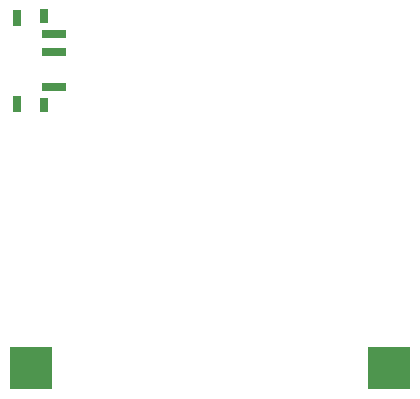
<source format=gbp>
G75*
G70*
%OFA0B0*%
%FSLAX24Y24*%
%IPPOS*%
%LPD*%
%AMOC8*
5,1,8,0,0,1.08239X$1,22.5*
%
%ADD10R,0.0787X0.0315*%
%ADD11R,0.0315X0.0472*%
%ADD12R,0.0315X0.0551*%
%ADD13R,0.1417X0.1417*%
D10*
X002693Y013269D03*
X002693Y014450D03*
X002693Y015041D03*
D11*
X002358Y015631D03*
X002358Y012679D03*
D12*
X001453Y012718D03*
X001453Y015592D03*
D13*
X001941Y003905D03*
X013870Y003905D03*
M02*

</source>
